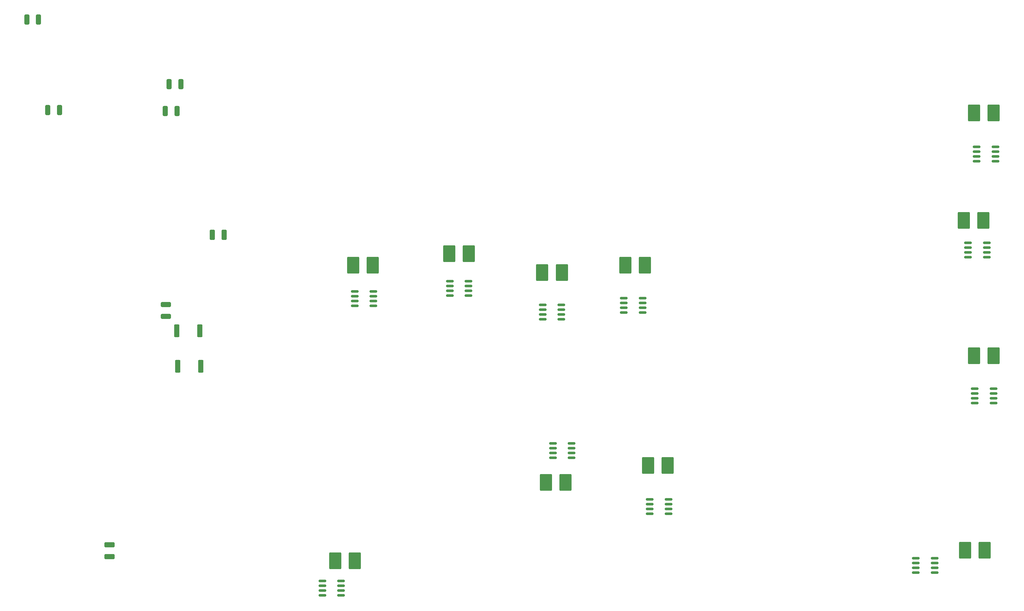
<source format=gtp>
%TF.GenerationSoftware,KiCad,Pcbnew,6.0.2+dfsg-1*%
%TF.CreationDate,2022-08-24T13:42:38-04:00*%
%TF.ProjectId,augertapowermanagement,61756765-7274-4617-906f-7765726d616e,rev?*%
%TF.SameCoordinates,Original*%
%TF.FileFunction,Paste,Top*%
%TF.FilePolarity,Positive*%
%FSLAX46Y46*%
G04 Gerber Fmt 4.6, Leading zero omitted, Abs format (unit mm)*
G04 Created by KiCad (PCBNEW 6.0.2+dfsg-1) date 2022-08-24 13:42:38*
%MOMM*%
%LPD*%
G01*
G04 APERTURE LIST*
G04 Aperture macros list*
%AMRoundRect*
0 Rectangle with rounded corners*
0 $1 Rounding radius*
0 $2 $3 $4 $5 $6 $7 $8 $9 X,Y pos of 4 corners*
0 Add a 4 corners polygon primitive as box body*
4,1,4,$2,$3,$4,$5,$6,$7,$8,$9,$2,$3,0*
0 Add four circle primitives for the rounded corners*
1,1,$1+$1,$2,$3*
1,1,$1+$1,$4,$5*
1,1,$1+$1,$6,$7*
1,1,$1+$1,$8,$9*
0 Add four rect primitives between the rounded corners*
20,1,$1+$1,$2,$3,$4,$5,0*
20,1,$1+$1,$4,$5,$6,$7,0*
20,1,$1+$1,$6,$7,$8,$9,0*
20,1,$1+$1,$8,$9,$2,$3,0*%
G04 Aperture macros list end*
%ADD10RoundRect,0.150000X-0.825000X-0.150000X0.825000X-0.150000X0.825000X0.150000X-0.825000X0.150000X0*%
%ADD11RoundRect,0.250000X-1.350000X-1.975000X1.350000X-1.975000X1.350000X1.975000X-1.350000X1.975000X0*%
%ADD12RoundRect,0.250000X-0.412500X-1.100000X0.412500X-1.100000X0.412500X1.100000X-0.412500X1.100000X0*%
%ADD13RoundRect,0.250000X1.075000X-0.400000X1.075000X0.400000X-1.075000X0.400000X-1.075000X-0.400000X0*%
%ADD14RoundRect,0.250000X-0.400000X-1.075000X0.400000X-1.075000X0.400000X1.075000X-0.400000X1.075000X0*%
%ADD15RoundRect,0.250000X1.350000X1.975000X-1.350000X1.975000X-1.350000X-1.975000X1.350000X-1.975000X0*%
%ADD16RoundRect,0.250000X-1.100000X0.412500X-1.100000X-0.412500X1.100000X-0.412500X1.100000X0.412500X0*%
%ADD17RoundRect,0.249999X-0.450001X-1.425001X0.450001X-1.425001X0.450001X1.425001X-0.450001X1.425001X0*%
%ADD18RoundRect,0.250000X0.400000X1.075000X-0.400000X1.075000X-0.400000X-1.075000X0.400000X-1.075000X0*%
%ADD19RoundRect,0.150000X0.825000X0.150000X-0.825000X0.150000X-0.825000X-0.150000X0.825000X-0.150000X0*%
G04 APERTURE END LIST*
D10*
%TO.C,U14*%
X352754026Y-106125000D03*
X352754026Y-107395000D03*
X352754026Y-108665000D03*
X352754026Y-109935000D03*
X357704026Y-109935000D03*
X357704026Y-108665000D03*
X357704026Y-107395000D03*
X357704026Y-106125000D03*
%TD*%
D11*
%TO.C,R15*%
X351965026Y-187456000D03*
X357165026Y-187456000D03*
%TD*%
%TO.C,R3*%
X268157026Y-165000000D03*
X273357026Y-165000000D03*
%TD*%
D10*
%TO.C,U3*%
X268596026Y-174017000D03*
X268596026Y-175287000D03*
X268596026Y-176557000D03*
X268596026Y-177827000D03*
X273546026Y-177827000D03*
X273546026Y-176557000D03*
X273546026Y-175287000D03*
X273546026Y-174017000D03*
%TD*%
D11*
%TO.C,R7*%
X215557026Y-109000000D03*
X220757026Y-109000000D03*
%TD*%
D12*
%TO.C,C1*%
X152916526Y-104006000D03*
X156041526Y-104006000D03*
%TD*%
D13*
%TO.C,R1*%
X140631026Y-125550000D03*
X140631026Y-122450000D03*
%TD*%
D11*
%TO.C,R5*%
X190157026Y-112000000D03*
X195357026Y-112000000D03*
%TD*%
D14*
%TO.C,R2*%
X103900000Y-47000000D03*
X107000000Y-47000000D03*
%TD*%
D11*
%TO.C,R6*%
X354347026Y-71708000D03*
X359547026Y-71708000D03*
%TD*%
D10*
%TO.C,U10*%
X355040026Y-80725000D03*
X355040026Y-81995000D03*
X355040026Y-83265000D03*
X355040026Y-84535000D03*
X359990026Y-84535000D03*
X359990026Y-83265000D03*
X359990026Y-81995000D03*
X359990026Y-80725000D03*
%TD*%
%TO.C,U15*%
X240282026Y-122509000D03*
X240282026Y-123779000D03*
X240282026Y-125049000D03*
X240282026Y-126319000D03*
X245232026Y-126319000D03*
X245232026Y-125049000D03*
X245232026Y-123779000D03*
X245232026Y-122509000D03*
%TD*%
%TO.C,U7*%
X190596026Y-118985000D03*
X190596026Y-120255000D03*
X190596026Y-121525000D03*
X190596026Y-122795000D03*
X195546026Y-122795000D03*
X195546026Y-121525000D03*
X195546026Y-120255000D03*
X195546026Y-118985000D03*
%TD*%
D11*
%TO.C,R4*%
X354347026Y-135970000D03*
X359547026Y-135970000D03*
%TD*%
D15*
%TO.C,R10*%
X190607026Y-190250000D03*
X185407026Y-190250000D03*
%TD*%
D16*
%TO.C,C2*%
X125757026Y-186000000D03*
X125757026Y-189125000D03*
%TD*%
D10*
%TO.C,U18*%
X182032026Y-195595000D03*
X182032026Y-196865000D03*
X182032026Y-198135000D03*
X182032026Y-199405000D03*
X186982026Y-199405000D03*
X186982026Y-198135000D03*
X186982026Y-196865000D03*
X186982026Y-195595000D03*
%TD*%
D17*
%TO.C,R13*%
X143553026Y-129406000D03*
X149653026Y-129406000D03*
%TD*%
D11*
%TO.C,R8*%
X351613026Y-100156000D03*
X356813026Y-100156000D03*
%TD*%
D10*
%TO.C,U19*%
X261774026Y-120763000D03*
X261774026Y-122033000D03*
X261774026Y-123303000D03*
X261774026Y-124573000D03*
X266724026Y-124573000D03*
X266724026Y-123303000D03*
X266724026Y-122033000D03*
X266724026Y-120763000D03*
%TD*%
D15*
%TO.C,R14*%
X246357026Y-169500000D03*
X241157026Y-169500000D03*
%TD*%
D10*
%TO.C,U6*%
X354532026Y-144733000D03*
X354532026Y-146003000D03*
X354532026Y-147273000D03*
X354532026Y-148543000D03*
X359482026Y-148543000D03*
X359482026Y-147273000D03*
X359482026Y-146003000D03*
X359482026Y-144733000D03*
%TD*%
D17*
%TO.C,R12*%
X143809026Y-138804000D03*
X149909026Y-138804000D03*
%TD*%
D10*
%TO.C,U11*%
X215742026Y-116239000D03*
X215742026Y-117509000D03*
X215742026Y-118779000D03*
X215742026Y-120049000D03*
X220692026Y-120049000D03*
X220692026Y-118779000D03*
X220692026Y-117509000D03*
X220692026Y-116239000D03*
%TD*%
D18*
%TO.C,R16*%
X112550000Y-71000000D03*
X109450000Y-71000000D03*
%TD*%
D14*
%TO.C,F1*%
X140483026Y-71240000D03*
X143583026Y-71240000D03*
%TD*%
D11*
%TO.C,R9*%
X240157026Y-114000000D03*
X245357026Y-114000000D03*
%TD*%
D14*
%TO.C,F2*%
X141499026Y-64128000D03*
X144599026Y-64128000D03*
%TD*%
D19*
%TO.C,U21*%
X247950026Y-163023000D03*
X247950026Y-161753000D03*
X247950026Y-160483000D03*
X247950026Y-159213000D03*
X243000026Y-159213000D03*
X243000026Y-160483000D03*
X243000026Y-161753000D03*
X243000026Y-163023000D03*
%TD*%
D11*
%TO.C,R11*%
X262157026Y-112000000D03*
X267357026Y-112000000D03*
%TD*%
D10*
%TO.C,U23*%
X338982026Y-189595000D03*
X338982026Y-190865000D03*
X338982026Y-192135000D03*
X338982026Y-193405000D03*
X343932026Y-193405000D03*
X343932026Y-192135000D03*
X343932026Y-190865000D03*
X343932026Y-189595000D03*
%TD*%
M02*

</source>
